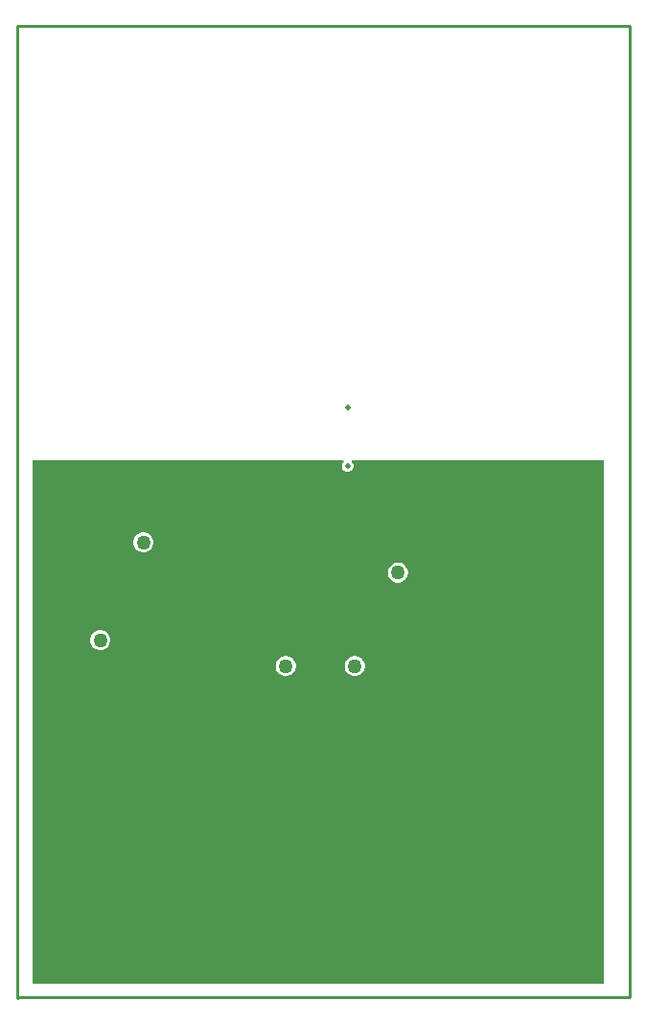
<source format=gbl>
G04*
G04 #@! TF.GenerationSoftware,Altium Limited,Altium Designer,21.7.2 (23)*
G04*
G04 Layer_Physical_Order=4*
G04 Layer_Color=16711680*
%FSLAX25Y25*%
%MOIN*%
G70*
G04*
G04 #@! TF.SameCoordinates,3B60FD94-7D09-417F-B4C1-333D49710502*
G04*
G04*
G04 #@! TF.FilePolarity,Positive*
G04*
G01*
G75*
%ADD11C,0.01000*%
%ADD36C,0.02000*%
%ADD37C,0.05000*%
G36*
X204000Y5000D02*
X5500D01*
Y187000D01*
X113464D01*
X113672Y186500D01*
X113304Y186133D01*
X113000Y185398D01*
Y184602D01*
X113304Y183867D01*
X113867Y183305D01*
X114602Y183000D01*
X115398D01*
X116133Y183305D01*
X116695Y183867D01*
X117000Y184602D01*
Y185398D01*
X116695Y186133D01*
X116328Y186500D01*
X116535Y187000D01*
X204000D01*
Y5000D01*
D02*
G37*
%LPC*%
G36*
X44461Y162000D02*
X43539D01*
X42649Y161761D01*
X41851Y161301D01*
X41199Y160649D01*
X40738Y159851D01*
X40500Y158961D01*
Y158039D01*
X40738Y157149D01*
X41199Y156351D01*
X41851Y155699D01*
X42649Y155238D01*
X43539Y155000D01*
X44461D01*
X45351Y155238D01*
X46149Y155699D01*
X46801Y156351D01*
X47262Y157149D01*
X47500Y158039D01*
Y158961D01*
X47262Y159851D01*
X46801Y160649D01*
X46149Y161301D01*
X45351Y161761D01*
X44461Y162000D01*
D02*
G37*
G36*
X132961Y151500D02*
X132039D01*
X131149Y151261D01*
X130351Y150801D01*
X129699Y150149D01*
X129238Y149351D01*
X129000Y148461D01*
Y147539D01*
X129238Y146649D01*
X129699Y145851D01*
X130351Y145199D01*
X131149Y144738D01*
X132039Y144500D01*
X132961D01*
X133851Y144738D01*
X134649Y145199D01*
X135301Y145851D01*
X135761Y146649D01*
X136000Y147539D01*
Y148461D01*
X135761Y149351D01*
X135301Y150149D01*
X134649Y150801D01*
X133851Y151261D01*
X132961Y151500D01*
D02*
G37*
G36*
X29461Y128000D02*
X28539D01*
X27649Y127761D01*
X26851Y127301D01*
X26199Y126649D01*
X25738Y125851D01*
X25500Y124961D01*
Y124039D01*
X25738Y123149D01*
X26199Y122351D01*
X26851Y121699D01*
X27649Y121239D01*
X28539Y121000D01*
X29461D01*
X30351Y121239D01*
X31149Y121699D01*
X31801Y122351D01*
X32261Y123149D01*
X32500Y124039D01*
Y124961D01*
X32261Y125851D01*
X31801Y126649D01*
X31149Y127301D01*
X30351Y127761D01*
X29461Y128000D01*
D02*
G37*
G36*
X117961Y119000D02*
X117039D01*
X116149Y118762D01*
X115351Y118301D01*
X114699Y117649D01*
X114239Y116851D01*
X114000Y115961D01*
Y115039D01*
X114239Y114149D01*
X114699Y113351D01*
X115351Y112699D01*
X116149Y112239D01*
X117039Y112000D01*
X117961D01*
X118851Y112239D01*
X119649Y112699D01*
X120301Y113351D01*
X120762Y114149D01*
X121000Y115039D01*
Y115961D01*
X120762Y116851D01*
X120301Y117649D01*
X119649Y118301D01*
X118851Y118762D01*
X117961Y119000D01*
D02*
G37*
G36*
X93961D02*
X93039D01*
X92149Y118762D01*
X91351Y118301D01*
X90699Y117649D01*
X90238Y116851D01*
X90000Y115961D01*
Y115039D01*
X90238Y114149D01*
X90699Y113351D01*
X91351Y112699D01*
X92149Y112239D01*
X93039Y112000D01*
X93961D01*
X94851Y112239D01*
X95649Y112699D01*
X96301Y113351D01*
X96762Y114149D01*
X97000Y115039D01*
Y115961D01*
X96762Y116851D01*
X96301Y117649D01*
X95649Y118301D01*
X94851Y118762D01*
X93961Y119000D01*
D02*
G37*
%LPD*%
D11*
X0Y338000D02*
X213000D01*
Y500D02*
Y338000D01*
X500Y500D02*
X213000D01*
X0Y0D02*
X500Y500D01*
X0Y0D02*
Y338000D01*
D36*
X115000Y205500D02*
D03*
Y185000D02*
D03*
D37*
X132500Y148000D02*
D03*
X117500Y115500D02*
D03*
X29000Y124500D02*
D03*
X44000Y158500D02*
D03*
X93500Y115500D02*
D03*
M02*

</source>
